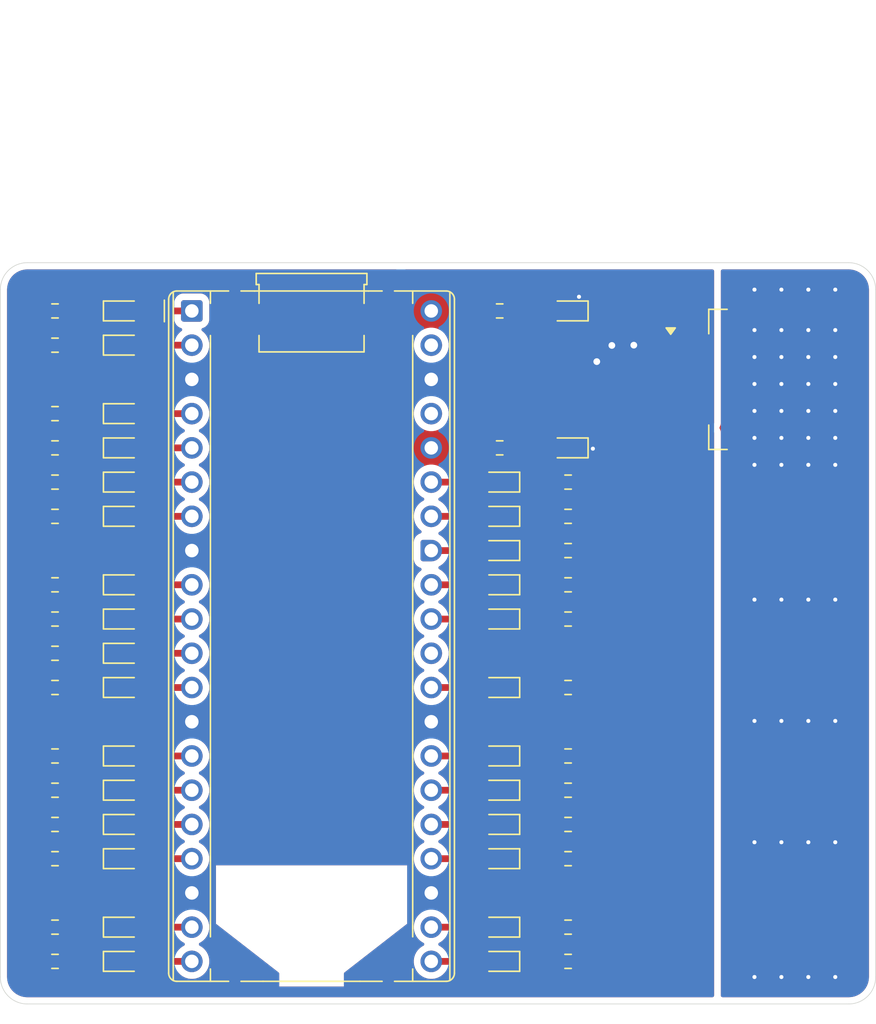
<source format=kicad_pcb>
(kicad_pcb (version 20241229) (generator "pcbnew") (generator_version "9.0")
  (layers (0 "F.Cu" signal) (2 "B.Cu" signal) (13 "F.Paste" user) (15 "B.Paste" user) (5 "F.SilkS" user "F.Silkscreen") (7 "B.SilkS" user "B.Silkscreen") (1 "F.Mask" user) (3 "B.Mask" user) (25 "Edge.Cuts" user))
  (net 0 "")
  (net 1 "Net-(A1-GPIO14)")
  (net 2 "Net-(A1-GPIO3)")
  (net 3 "Net-(A1-GPIO5)")
  (net 4 "GND")
  (net 5 "Net-(A1-GPIO8)")
  (net 6 "Net-(A1-GPIO7)")
  (net 7 "Net-(A1-GPIO17)")
  (net 8 "Net-(A1-GPIO6)")
  (net 9 "Net-(A1-GPIO9)")
  (net 10 "Net-(A1-AGND)")
  (net 11 "Net-(A1-GPIO18)")
  (net 12 "Net-(A1-GPIO2)")
  (net 13 "Net-(A1-GPIO22)")
  (net 14 "Net-(A1-GPIO28_ADC2)")
  (net 15 "Net-(A1-GPIO0)")
  (net 16 "Net-(A1-GPIO26_ADC0)")
  (net 17 "Net-(A1-GPIO19)")
  (net 18 "Net-(A1-GPIO4)")
  (net 19 "Net-(A1-GPIO1)")
  (net 20 "+3V3")
  (net 21 "Net-(A1-ADC_VREF)")
  (net 22 "Net-(A1-GPIO16)")
  (net 23 "Net-(A1-GPIO15)")
  (net 24 "Net-(A1-GPIO10)")
  (net 26 "Net-(A1-GPIO21)")
  (net 27 "+5V")
  (net 30 "Net-(A1-GPIO20)")
  (net 31 "Net-(A1-GPIO11)")
  (net 32 "Net-(A1-GPIO13)")
  (net 33 "Net-(A1-GPIO12)")
  (net 34 "Net-(A1-GPIO27_ADC1)")
  (net 35 "Net-(D1-A)")
  (net 36 "Net-(D2-A)")
  (net 37 "Net-(D3-K)")
  (net 38 "Net-(D4-K)")
  (net 39 "Net-(D5-K)")
  (net 40 "Net-(D6-K)")
  (net 41 "Net-(D7-K)")
  (net 42 "Net-(D8-K)")
  (net 43 "Net-(D9-K)")
  (net 44 "Net-(D10-K)")
  (net 45 "Net-(D11-K)")
  (net 46 "Net-(D12-K)")
  (net 47 "Net-(D13-K)")
  (net 48 "Net-(D14-K)")
  (net 49 "Net-(D15-K)")
  (net 50 "Net-(D16-K)")
  (net 51 "Net-(D17-K)")
  (net 52 "Net-(D18-K)")
  (net 53 "Net-(D19-K)")
  (net 54 "Net-(D20-K)")
  (net 55 "Net-(D21-K)")
  (net 56 "Net-(D22-K)")
  (net 57 "Net-(D23-K)")
  (net 58 "Net-(D24-K)")
  (net 59 "Net-(D25-K)")
  (net 60 "Net-(D27-K)")
  (net 61 "Net-(D29-K)")
  (net 62 "Net-(D30-K)")
  (net 63 "Net-(D31-K)")
  (net 64 "Net-(D33-K)")
  (net 65 "unconnected-(R32-Pad2)")
  (footprint "Resistor_SMD:R_0603_1608Metric" (layer "F.Cu") (at 137.16 91.44 180)
    (property "Reference" "R27" (hide yes))
    (property "Value" "680")
    (pad "1" smd roundrect (at -0.825 0 180) (size 0.8 0.95) (layers "F.Cu" "F.Mask" "F.Paste") (net 20 "+3V3"))
    (pad "2" smd roundrect (at 0.825 0 180) (size 0.8 0.95) (layers "F.Cu" "F.Mask" "F.Paste") (net 61 "Net-(D29-K)"))
  )
  (footprint "Resistor_SMD:R_0603_1608Metric" (layer "F.Cu") (at 137.16 114.3 180)
    (property "Reference" "R18" (hide yes))
    (property "Value" "680")
    (pad "1" smd roundrect (at -0.825 0 180) (size 0.8 0.95) (layers "F.Cu" "F.Mask" "F.Paste") (net 20 "+3V3"))
    (pad "2" smd roundrect (at 0.825 0 180) (size 0.8 0.95) (layers "F.Cu" "F.Mask" "F.Paste") (net 54 "Net-(D20-K)"))
  )
  (footprint "Resistor_SMD:R_0603_1608Metric" (layer "F.Cu") (at 99.06 101.6)
    (property "Reference" "R11" (hide yes))
    (property "Value" "680")
    (pad "1" smd roundrect (at -0.825 0) (size 0.8 0.95) (layers "F.Cu" "F.Mask" "F.Paste") (net 20 "+3V3"))
    (pad "2" smd roundrect (at 0.825 0) (size 0.8 0.95) (layers "F.Cu" "F.Mask" "F.Paste") (net 47 "Net-(D13-K)"))
  )
  (footprint "LED_SMD:LED_0603_1608Metric" (layer "F.Cu") (at 104.14 109.22)
    (property "Reference" "D16" (hide yes))
    (property "Value" "LED")
    (pad "1" smd roundrect (at -0.7875 0) (size 0.875 0.95) (layers "F.Cu" "F.Mask" "F.Paste") (net 50 "Net-(D16-K)"))
    (pad "2" smd roundrect (at 0.7875 0) (size 0.875 0.95) (layers "F.Cu" "F.Mask" "F.Paste") (net 32 "Net-(A1-GPIO13)"))
  )
  (footprint "LED_SMD:LED_0603_1608Metric" (layer "F.Cu") (at 137.16 78.74 180)
    (property "Reference" "D1" (hide yes))
    (property "Value" "LED")
    (pad "1" smd roundrect (at -0.7875 0 180) (size 0.875 0.95) (layers "F.Cu" "F.Mask" "F.Paste") (net 4 "GND"))
    (pad "2" smd roundrect (at 0.7875 0 180) (size 0.875 0.95) (layers "F.Cu" "F.Mask" "F.Paste") (net 35 "Net-(D1-A)"))
  )
  (footprint "LED_SMD:LED_0603_1608Metric" (layer "F.Cu") (at 104.14 71.12)
    (property "Reference" "D4" (hide yes))
    (property "Value" "LED")
    (pad "1" smd roundrect (at -0.7875 0) (size 0.875 0.95) (layers "F.Cu" "F.Mask" "F.Paste") (net 38 "Net-(D4-K)"))
    (pad "2" smd roundrect (at 0.7875 0) (size 0.875 0.95) (layers "F.Cu" "F.Mask" "F.Paste") (net 19 "Net-(A1-GPIO1)"))
  )
  (footprint "Resistor_SMD:R_0603_1608Metric" (layer "F.Cu") (at 99.06 114.3)
    (property "Reference" "R15" (hide yes))
    (property "Value" "680")
    (pad "1" smd roundrect (at -0.825 0) (size 0.8 0.95) (layers "F.Cu" "F.Mask" "F.Paste") (net 20 "+3V3"))
    (pad "2" smd roundrect (at 0.825 0) (size 0.8 0.95) (layers "F.Cu" "F.Mask" "F.Paste") (net 51 "Net-(D17-K)"))
  )
  (footprint "Resistor_SMD:R_0603_1608Metric" (layer "F.Cu") (at 99.06 83.82)
    (property "Reference" "R6" (hide yes))
    (property "Value" "680")
    (pad "1" smd roundrect (at -0.825 0) (size 0.8 0.95) (layers "F.Cu" "F.Mask" "F.Paste") (net 20 "+3V3"))
    (pad "2" smd roundrect (at 0.825 0) (size 0.8 0.95) (layers "F.Cu" "F.Mask" "F.Paste") (net 42 "Net-(D8-K)"))
  )
  (footprint "LED_SMD:LED_0603_1608Metric" (layer "F.Cu") (at 132.08 101.6 180)
    (property "Reference" "D24" (hide yes))
    (property "Value" "LED")
    (pad "1" smd roundrect (at -0.7875 0 180) (size 0.875 0.95) (layers "F.Cu" "F.Mask" "F.Paste") (net 58 "Net-(D24-K)"))
    (pad "2" smd roundrect (at 0.7875 0 180) (size 0.875 0.95) (layers "F.Cu" "F.Mask" "F.Paste") (net 26 "Net-(A1-GPIO21)"))
  )
  (footprint "Resistor_SMD:R_0603_1608Metric" (layer "F.Cu") (at 137.16 81.28 180)
    (property "Reference" "R25" (hide yes))
    (property "Value" "680")
    (pad "1" smd roundrect (at -0.825 0 180) (size 0.8 0.95) (layers "F.Cu" "F.Mask" "F.Paste") (net 20 "+3V3"))
    (pad "2" smd roundrect (at 0.825 0 180) (size 0.8 0.95) (layers "F.Cu" "F.Mask" "F.Paste") (net 60 "Net-(D27-K)"))
  )
  (footprint "Resistor_SMD:R_0603_1608Metric" (layer "F.Cu") (at 137.16 109.22 180)
    (property "Reference" "R19" (hide yes))
    (property "Value" "680")
    (pad "1" smd roundrect (at -0.825 0 180) (size 0.8 0.95) (layers "F.Cu" "F.Mask" "F.Paste") (net 20 "+3V3"))
    (pad "2" smd roundrect (at 0.825 0 180) (size 0.8 0.95) (layers "F.Cu" "F.Mask" "F.Paste") (net 55 "Net-(D21-K)"))
  )
  (footprint "Resistor_SMD:R_0603_1608Metric" (layer "F.Cu") (at 99.06 104.14)
    (property "Reference" "R12" (hide yes))
    (property "Value" "680")
    (pad "1" smd roundrect (at -0.825 0) (size 0.8 0.95) (layers "F.Cu" "F.Mask" "F.Paste") (net 20 "+3V3"))
    (pad "2" smd roundrect (at 0.825 0) (size 0.8 0.95) (layers "F.Cu" "F.Mask" "F.Paste") (net 48 "Net-(D14-K)"))
  )
  (footprint "LED_SMD:LED_0603_1608Metric" (layer "F.Cu") (at 132.08 116.84 180)
    (property "Reference" "D19" (hide yes))
    (property "Value" "LED")
    (pad "1" smd roundrect (at -0.7875 0 180) (size 0.875 0.95) (layers "F.Cu" "F.Mask" "F.Paste") (net 53 "Net-(D19-K)"))
    (pad "2" smd roundrect (at 0.7875 0 180) (size 0.875 0.95) (layers "F.Cu" "F.Mask" "F.Paste") (net 22 "Net-(A1-GPIO16)"))
  )
  (footprint "LED_SMD:LED_0603_1608Metric" (layer "F.Cu") (at 104.14 96.52)
    (property "Reference" "D12" (hide yes))
    (property "Value" "LED")
    (pad "1" smd roundrect (at -0.7875 0) (size 0.875 0.95) (layers "F.Cu" "F.Mask" "F.Paste") (net 46 "Net-(D12-K)"))
    (pad "2" smd roundrect (at 0.7875 0) (size 0.875 0.95) (layers "F.Cu" "F.Mask" "F.Paste") (net 9 "Net-(A1-GPIO9)"))
  )
  (footprint "LED_SMD:LED_0603_1608Metric" (layer "F.Cu") (at 132.08 83.82 180)
    (property "Reference" "D31" (hide yes))
    (property "Value" "LED")
    (pad "1" smd roundrect (at -0.7875 0 180) (size 0.875 0.95) (layers "F.Cu" "F.Mask" "F.Paste") (net 63 "Net-(D31-K)"))
    (pad "2" smd roundrect (at 0.7875 0 180) (size 0.875 0.95) (layers "F.Cu" "F.Mask" "F.Paste") (net 14 "Net-(A1-GPIO28_ADC2)"))
  )
  (footprint "Resistor_SMD:R_0603_1608Metric" (layer "F.Cu") (at 99.06 106.68)
    (property "Reference" "R13" (hide yes))
    (property "Value" "680")
    (pad "1" smd roundrect (at -0.825 0) (size 0.8 0.95) (layers "F.Cu" "F.Mask" "F.Paste") (net 20 "+3V3"))
    (pad "2" smd roundrect (at 0.825 0) (size 0.8 0.95) (layers "F.Cu" "F.Mask" "F.Paste") (net 49 "Net-(D15-K)"))
  )
  (footprint "LED_SMD:LED_0603_1608Metric" (layer "F.Cu") (at 132.08 114.3 180)
    (property "Reference" "D20" (hide yes))
    (property "Value" "LED")
    (pad "1" smd roundrect (at -0.7875 0 180) (size 0.875 0.95) (layers "F.Cu" "F.Mask" "F.Paste") (net 54 "Net-(D20-K)"))
    (pad "2" smd roundrect (at 0.7875 0 180) (size 0.875 0.95) (layers "F.Cu" "F.Mask" "F.Paste") (net 7 "Net-(A1-GPIO17)"))
  )
  (footprint "Resistor_SMD:R_0603_1608Metric" (layer "F.Cu") (at 132.08 68.58 180)
    (property "Reference" "R24" (hide yes))
    (property "Value" "680")
    (pad "1" smd roundrect (at -0.825 0 180) (size 0.8 0.95) (layers "F.Cu" "F.Mask" "F.Paste") (net 36 "Net-(D2-A)"))
    (pad "2" smd roundrect (at 0.825 0 180) (size 0.8 0.95) (layers "F.Cu" "F.Mask" "F.Paste") (net 27 "+5V"))
  )
  (footprint "LED_SMD:LED_0603_1608Metric" (layer "F.Cu") (at 137.16 68.58 180)
    (property "Reference" "D2" (hide yes))
    (property "Value" "LED")
    (pad "1" smd roundrect (at -0.7875 0 180) (size 0.875 0.95) (layers "F.Cu" "F.Mask" "F.Paste") (net 4 "GND"))
    (pad "2" smd roundrect (at 0.7875 0 180) (size 0.875 0.95) (layers "F.Cu" "F.Mask" "F.Paste") (net 36 "Net-(D2-A)"))
  )
  (footprint "Resistor_SMD:R_0603_1608Metric" (layer "F.Cu") (at 99.06 91.44)
    (property "Reference" "R8" (hide yes))
    (property "Value" "680")
    (pad "1" smd roundrect (at -0.825 0) (size 0.8 0.95) (layers "F.Cu" "F.Mask" "F.Paste") (net 20 "+3V3"))
    (pad "2" smd roundrect (at 0.825 0) (size 0.8 0.95) (layers "F.Cu" "F.Mask" "F.Paste") (net 44 "Net-(D10-K)"))
  )
  (footprint "Resistor_SMD:R_0603_1608Metric" (layer "F.Cu") (at 99.06 68.58)
    (property "Reference" "R1" (hide yes))
    (property "Value" "680")
    (pad "1" smd roundrect (at -0.825 0) (size 0.8 0.95) (layers "F.Cu" "F.Mask" "F.Paste") (net 20 "+3V3"))
    (pad "2" smd roundrect (at 0.825 0) (size 0.8 0.95) (layers "F.Cu" "F.Mask" "F.Paste") (net 37 "Net-(D3-K)"))
  )
  (footprint "LED_SMD:LED_0603_1608Metric" (layer "F.Cu") (at 104.14 68.58)
    (property "Reference" "D3" (hide yes))
    (property "Value" "LED")
    (pad "1" smd roundrect (at -0.7875 0) (size 0.875 0.95) (layers "F.Cu" "F.Mask" "F.Paste") (net 37 "Net-(D3-K)"))
    (pad "2" smd roundrect (at 0.7875 0) (size 0.875 0.95) (layers "F.Cu" "F.Mask" "F.Paste") (net 15 "Net-(A1-GPIO0)"))
  )
  (footprint "Resistor_SMD:R_0603_1608Metric" (layer "F.Cu") (at 99.06 76.2)
    (property "Reference" "R3" (hide yes))
    (property "Value" "680")
    (pad "1" smd roundrect (at -0.825 0) (size 0.8 0.95) (layers "F.Cu" "F.Mask" "F.Paste") (net 20 "+3V3"))
    (pad "2" smd roundrect (at 0.825 0) (size 0.8 0.95) (layers "F.Cu" "F.Mask" "F.Paste") (net 39 "Net-(D5-K)"))
  )
  (footprint "LED_SMD:LED_0603_1608Metric" (layer "F.Cu") (at 104.14 106.68)
    (property "Reference" "D15" (hide yes))
    (property "Value" "LED")
    (pad "1" smd roundrect (at -0.7875 0) (size 0.875 0.95) (layers "F.Cu" "F.Mask" "F.Paste") (net 49 "Net-(D15-K)"))
    (pad "2" smd roundrect (at 0.7875 0) (size 0.875 0.95) (layers "F.Cu" "F.Mask" "F.Paste") (net 33 "Net-(A1-GPIO12)"))
  )
  (footprint "Resistor_SMD:R_0603_1608Metric" (layer "F.Cu") (at 99.06 96.52)
    (property "Reference" "R10" (hide yes))
    (property "Value" "680")
    (pad "1" smd roundrect (at -0.825 0) (size 0.8 0.95) (layers "F.Cu" "F.Mask" "F.Paste") (net 20 "+3V3"))
    (pad "2" smd roundrect (at 0.825 0) (size 0.8 0.95) (layers "F.Cu" "F.Mask" "F.Paste") (net 46 "Net-(D12-K)"))
  )
  (footprint "LED_SMD:LED_0603_1608Metric" (layer "F.Cu") (at 104.14 114.3)
    (property "Reference" "D17" (hide yes))
    (property "Value" "LED")
    (pad "1" smd roundrect (at -0.7875 0) (size 0.875 0.95) (layers "F.Cu" "F.Mask" "F.Paste") (net 51 "Net-(D17-K)"))
    (pad "2" smd roundrect (at 0.7875 0) (size 0.875 0.95) (layers "F.Cu" "F.Mask" "F.Paste") (net 1 "Net-(A1-GPIO14)"))
  )
  (footprint "LED_SMD:LED_0603_1608Metric" (layer "F.Cu") (at 132.08 106.68 180)
    (property "Reference" "D22" (hide yes))
    (property "Value" "LED")
    (pad "1" smd roundrect (at -0.7875 0 180) (size 0.875 0.95) (layers "F.Cu" "F.Mask" "F.Paste") (net 56 "Net-(D22-K)"))
    (pad "2" smd roundrect (at 0.7875 0 180) (size 0.875 0.95) (layers "F.Cu" "F.Mask" "F.Paste") (net 17 "Net-(A1-GPIO19)"))
  )
  (footprint "LED_SMD:LED_0603_1608Metric" (layer "F.Cu") (at 132.08 96.52 180)
    (property "Reference" "D25" (hide yes))
    (property "Value" "LED")
    (pad "1" smd roundrect (at -0.7875 0 180) (size 0.875 0.95) (layers "F.Cu" "F.Mask" "F.Paste") (net 59 "Net-(D25-K)"))
    (pad "2" smd roundrect (at 0.7875 0 180) (size 0.875 0.95) (layers "F.Cu" "F.Mask" "F.Paste") (net 13 "Net-(A1-GPIO22)"))
  )
  (footprint "Resistor_SMD:R_0603_1608Metric" (layer "F.Cu") (at 99.06 116.84)
    (property "Reference" "R16" (hide yes))
    (property "Value" "680")
    (pad "1" smd roundrect (at -0.825 0) (size 0.8 0.95) (layers "F.Cu" "F.Mask" "F.Paste") (net 20 "+3V3"))
    (pad "2" smd roundrect (at 0.825 0) (size 0.8 0.95) (layers "F.Cu" "F.Mask" "F.Paste") (net 52 "Net-(D18-K)"))
  )
  (footprint "LED_SMD:LED_0603_1608Metric" (layer "F.Cu") (at 132.08 91.44 180)
    (property "Reference" "D29" (hide yes))
    (property "Value" "LED")
    (pad "1" smd roundrect (at -0.7875 0 180) (size 0.875 0.95) (layers "F.Cu" "F.Mask" "F.Paste") (net 61 "Net-(D29-K)"))
    (pad "2" smd roundrect (at 0.7875 0 180) (size 0.875 0.95) (layers "F.Cu" "F.Mask" "F.Paste") (net 16 "Net-(A1-GPIO26_ADC0)"))
  )
  (footprint "Resistor_SMD:R_0603_1608Metric" (layer "F.Cu") (at 137.16 96.52 180)
    (property "Reference" "R23" (hide yes))
    (property "Value" "680")
    (pad "1" smd roundrect (at -0.825 0 180) (size 0.8 0.95) (layers "F.Cu" "F.Mask" "F.Paste") (net 20 "+3V3"))
    (pad "2" smd roundrect (at 0.825 0 180) (size 0.8 0.95) (layers "F.Cu" "F.Mask" "F.Paste") (net 59 "Net-(D25-K)"))
  )
  (footprint "Resistor_SMD:R_0603_1608Metric" (layer "F.Cu") (at 99.06 81.28)
    (property "Reference" "R5" (hide yes))
    (property "Value" "680")
    (pad "1" smd roundrect (at -0.825 0) (size 0.8 0.95) (layers "F.Cu" "F.Mask" "F.Paste") (net 20 "+3V3"))
    (pad "2" smd roundrect (at 0.825 0) (size 0.8 0.95) (layers "F.Cu" "F.Mask" "F.Paste") (net 41 "Net-(D7-K)"))
  )
  (footprint "LED_SMD:LED_0603_1608Metric" (layer "F.Cu") (at 104.14 76.2)
    (property "Reference" "D5" (hide yes))
    (property "Value" "LED")
    (pad "1" smd roundrect (at -0.7875 0) (size 0.875 0.95) (layers "F.Cu" "F.Mask" "F.Paste") (net 39 "Net-(D5-K)"))
    (pad "2" smd roundrect (at 0.7875 0) (size 0.875 0.95) (layers "F.Cu" "F.Mask" "F.Paste") (net 12 "Net-(A1-GPIO2)"))
  )
  (footprint "LED_SMD:LED_0603_1608Metric" (layer "F.Cu") (at 104.14 78.74)
    (property "Reference" "D6" (hide yes))
    (property "Value" "LED")
    (pad "1" smd roundrect (at -0.7875 0) (size 0.875 0.95) (layers "F.Cu" "F.Mask" "F.Paste") (net 40 "Net-(D6-K)"))
    (pad "2" smd roundrect (at 0.7875 0) (size 0.875 0.95) (layers "F.Cu" "F.Mask" "F.Paste") (net 2 "Net-(A1-GPIO3)"))
  )
  (footprint "LED_SMD:LED_0603_1608Metric" (layer "F.Cu") (at 132.08 109.22 180)
    (property "Reference" "D21" (hide yes))
    (property "Value" "LED")
    (pad "1" smd roundrect (at -0.7875 0 180) (size 0.875 0.95) (layers "F.Cu" "F.Mask" "F.Paste") (net 55 "Net-(D21-K)"))
    (pad "2" smd roundrect (at 0.7875 0 180) (size 0.875 0.95) (layers "F.Cu" "F.Mask" "F.Paste") (net 11 "Net-(A1-GPIO18)"))
  )
  (footprint "Resistor_SMD:R_0603_1608Metric" (layer "F.Cu") (at 137.16 88.9 180)
    (property "Reference" "R28" (hide yes))
    (property "Value" "680")
    (pad "1" smd roundrect (at -0.825 0 180) (size 0.8 0.95) (layers "F.Cu" "F.Mask" "F.Paste") (net 20 "+3V3"))
    (pad "2" smd roundrect (at 0.825 0 180) (size 0.8 0.95) (layers "F.Cu" "F.Mask" "F.Paste") (net 62 "Net-(D30-K)"))
  )
  (footprint "LED_SMD:LED_0603_1608Metric" (layer "F.Cu") (at 132.08 104.14 180)
    (property "Reference" "D23" (hide yes))
    (property "Value" "LED")
    (pad "1" smd roundrect (at -0.7875 0 180) (size 0.875 0.95) (layers "F.Cu" "F.Mask" "F.Paste") (net 57 "Net-(D23-K)"))
    (pad "2" smd roundrect (at 0.7875 0 180) (size 0.875 0.95) (layers "F.Cu" "F.Mask" "F.Paste") (net 30 "Net-(A1-GPIO20)"))
  )
  (footprint "Resistor_SMD:R_0603_1608Metric" (layer "F.Cu") (at 132.08 78.74 180)
    (property "Reference" "R26" (hide yes))
    (property "Value" "680")
    (pad "1" smd roundrect (at -0.825 0 180) (size 0.8 0.95) (layers "F.Cu" "F.Mask" "F.Paste") (net 35 "Net-(D1-A)"))
    (pad "2" smd roundrect (at 0.825 0 180) (size 0.8 0.95) (layers "F.Cu" "F.Mask" "F.Paste") (net 20 "+3V3"))
  )
  (footprint "Resistor_SMD:R_0603_1608Metric" (layer "F.Cu") (at 137.16 116.84 180)
    (property "Reference" "R17" (hide yes))
    (property "Value" "680")
    (pad "1" smd roundrect (at -0.825 0 180) (size 0.8 0.95) (layers "F.Cu" "F.Mask" "F.Paste") (net 20 "+3V3"))
    (pad "2" smd roundrect (at 0.825 0 180) (size 0.8 0.95) (layers "F.Cu" "F.Mask" "F.Paste") (net 53 "Net-(D19-K)"))
  )
  (footprint "LED_SMD:LED_0603_1608Metric" (layer "F.Cu") (at 104.14 81.28)
    (property "Reference" "D7" (hide yes))
    (property "Value" "LED")
    (pad "1" smd roundrect (at -0.7875 0) (size 0.875 0.95) (layers "F.Cu" "F.Mask" "F.Paste") (net 41 "Net-(D7-K)"))
    (pad "2" smd roundrect (at 0.7875 0) (size 0.875 0.95) (layers "F.Cu" "F.Mask" "F.Paste") (net 18 "Net-(A1-GPIO4)"))
  )
  (footprint "Resistor_SMD:R_0603_1608Metric" (layer "F.Cu") (at 99.06 88.9)
    (property "Reference" "R7" (hide yes))
    (property "Value" "680")
    (pad "1" smd roundrect (at -0.825 0) (size 0.8 0.95) (layers "F.Cu" "F.Mask" "F.Paste") (net 20 "+3V3"))
    (pad "2" smd roundrect (at 0.825 0) (size 0.8 0.95) (layers "F.Cu" "F.Mask" "F.Paste") (net 43 "Net-(D9-K)"))
  )
  (footprint "LED_SMD:LED_0603_1608Metric" (layer "F.Cu") (at 104.14 91.44)
    (property "Reference" "D10" (hide yes))
    (property "Value" "LED")
    (pad "1" smd roundrect (at -0.7875 0) (size 0.875 0.95) (layers "F.Cu" "F.Mask" "F.Paste") (net 44 "Net-(D10-K)"))
    (pad "2" smd roundrect (at 0.7875 0) (size 0.875 0.95) (layers "F.Cu" "F.Mask" "F.Paste") (net 6 "Net-(A1-GPIO7)"))
  )
  (footprint "LED_SMD:LED_0603_1608Metric" (layer "F.Cu") (at 132.08 86.36 180)
    (property "Reference" "D33" (hide yes))
    (property "Value" "LED")
    (pad "1" smd roundrect (at -0.7875 0 180) (size 0.875 0.95) (layers "F.Cu" "F.Mask" "F.Paste") (net 64 "Net-(D33-K)"))
    (pad "2" smd roundrect (at 0.7875 0 180) (size 0.875 0.95) (layers "F.Cu" "F.Mask" "F.Paste") (net 10 "Net-(A1-AGND)"))
  )
  (footprint "LED_SMD:LED_0603_1608Metric" (layer "F.Cu") (at 132.08 81.28 180)
    (property "Reference" "D27" (hide yes))
    (property "Value" "LED")
    (pad "1" smd roundrect (at -0.7875 0 180) (size 0.875 0.95) (layers "F.Cu" "F.Mask" "F.Paste") (net 60 "Net-(D27-K)"))
    (pad "2" smd roundrect (at 0.7875 0 180) (size 0.875 0.95) (layers "F.Cu" "F.Mask" "F.Paste") (net 21 "Net-(A1-ADC_VREF)"))
  )
  (footprint "Resistor_SMD:R_0603_1608Metric" (layer "F.Cu") (at 99.06 71.12)
    (property "Reference" "R2" (hide yes))
    (property "Value" "680")
    (pad "1" smd roundrect (at -0.825 0) (size 0.8 0.95) (layers "F.Cu" "F.Mask" "F.Paste") (net 20 "+3V3"))
    (pad "2" smd roundrect (at 0.825 0) (size 0.8 0.95) (layers "F.Cu" "F.Mask" "F.Paste") (net 38 "Net-(D4-K)"))
  )
  (footprint "Resistor_SMD:R_0603_1608Metric" (layer "F.Cu") (at 137.16 101.6 180)
    (property "Reference" "R22" (hide yes))
    (property "Value" "680")
    (pad "1" smd roundrect (at -0.825 0 180) (size 0.8 0.95) (layers "F.Cu" "F.Mask" "F.Paste") (net 20 "+3V3"))
    (pad "2" smd roundrect (at 0.825 0 180) (size 0.8 0.95) (layers "F.Cu" "F.Mask" "F.Paste") (net 58 "Net-(D24-K)"))
  )
  (footprint "LED_SMD:LED_0603_1608Metric" (layer "F.Cu") (at 104.14 101.6)
    (property "Reference" "D13" (hide yes))
    (property "Value" "LED")
    (pad "1" smd roundrect (at -0.7875 0) (size 0.875 0.95) (layers "F.Cu" "F.Mask" "F.Paste") (net 47 "Net-(D13-K)"))
    (pad "2" smd roundrect (at 0.7875 0) (size 0.875 0.95) (layers "F.Cu" "F.Mask" "F.Paste") (net 24 "Net-(A1-GPIO10)"))
  )
  (footprint "Resistor_SMD:R_0603_1608Metric" (layer "F.Cu") (at 137.16 106.68 180)
    (property "Reference" "R20" (hide yes))
    (property "Value" "680")
    (pad "1" smd roundrect (at -0.825 0 180) (size 0.8 0.95) (layers "F.Cu" "F.Mask" "F.Paste") (net 20 "+3V3"))
    (pad "2" smd roundrect (at 0.825 0 180) (size 0.8 0.95) (layers "F.Cu" "F.Mask" "F.Paste") (net 56 "Net-(D22-K)"))
  )
  (footprint "LED_SMD:LED_0603_1608Metric" (layer "F.Cu") (at 104.14 83.82)
    (property "Reference" "D8" (hide yes))
    (property "Value" "LED")
    (pad "1" smd roundrect (at -0.7875 0) (size 0.875 0.95) (layers "F.Cu" "F.Mask" "F.Paste") (net 42 "Net-(D8-K)"))
    (pad "2" smd roundrect (at 0.7875 0) (size 0.875 0.95) (layers "F.Cu" "F.Mask" "F.Paste") (net 3 "Net-(A1-GPIO5)"))
  )
  (footprint "Resistor_SMD:R_0603_1608Metric" (layer "F.Cu") (at 137.16 83.82 180)
    (property "Reference" "R29" (hide yes))
    (property "Value" "680")
    (pad "1" smd roundrect (at -0.825 0 180) (size 0.8 0.95) (layers "F.Cu" "F.Mask" "F.Paste") (net 20 "+3V3"))
    (pad "2" smd roundrect (at 0.825 0 180) (size 0.8 0.95) (layers "F.Cu" "F.Mask" "F.Paste") (net 63 "Net-(D31-K)"))
  )
  (footprint "Resistor_SMD:R_0603_1608Metric" (layer "F.Cu") (at 137.16 86.36 180)
    (property "Reference" "R31" (hide yes))
    (property "Value" "680")
    (pad "1" smd roundrect (at -0.825 0 180) (size 0.8 0.95) (layers "F.Cu" "F.Mask" "F.Paste") (net 20 "+3V3"))
    (pad "2" smd roundrect (at 0.825 0 180) (size 0.8 0.95) (layers "F.Cu" "F.Mask" "F.Paste") (net 64 "Net-(D33-K)"))
  )
  (footprint "LED_SMD:LED_0603_1608Metric" (layer "F.Cu") (at 104.14 104.14)
    (property "Reference" "D14" (hide yes))
    (property "Value" "LED")
    (pad "1" smd roundrect (at -0.7875 0) (size 0.875 0.95) (layers "F.Cu" "F.Mask" "F.Paste") (net 48 "Net-(D14-K)"))
    (pad "2" smd roundrect (at 0.7875 0) (size 0.875 0.95) (layers "F.Cu" "F.Mask" "F.Paste") (net 31 "Net-(A1-GPIO11)"))
  )
  (footprint "Package_TO_SOT_SMD:TO-263-2" (layer "F.Cu") (at 152.43 73.66)
    (property "Reference" "R32" (hide yes))
    (property "Value" "1R 50W")
    (pad "1" smd roundrect (at -7.65 -2.54) (size 4.6 1.1) (layers "F.Cu" "F.Mask" "F.Paste") (roundrect_rratio 0.227273) (net 4 "GND"))
    (pad "2" smd roundrect (at 1.5 0) (size 9.4 10.8) (layers "F.Cu" "F.Mask") (roundrect_rratio 0.026596) (net 65 "unconnected-(R32-Pad2)"))
    (pad "3" smd roundrect (at -7.65 2.54) (size 4.6 1.1) (layers "F.Cu" "F.Mask" "F.Paste") (roundrect_rratio 0.227273) (net 27 "+5V"))
  )
  (footprint "Resistor_SMD:R_0603_1608Metric" (layer "F.Cu") (at 99.06 93.98)
    (property "Reference" "R9" (hide yes))
    (property "Value" "680")
    (pad "1" smd roundrect (at -0.825 0) (size 0.8 0.95) (layers "F.Cu" "F.Mask" "F.Paste") (net 20 "+3V3"))
    (pad "2" smd roundrect (at 0.825 0) (size 0.8 0.95) (layers "F.Cu" "F.Mask" "F.Paste") (net 45 "Net-(D11-K)"))
  )
  (footprint "LED_SMD:LED_0603_1608Metric" (layer "F.Cu") (at 132.08 88.9 180)
    (property "Reference" "D30" (hide yes))
    (property "Value" "LED")
    (pad "1" smd roundrect (at -0.7875 0 180) (size 0.875 0.95) (layers "F.Cu" "F.Mask" "F.Paste") (net 62 "Net-(D30-K)"))
    (pad "2" smd roundrect (at 0.7875 0 180) (size 0.875 0.95) (layers "F.Cu" "F.Mask" "F.Paste") (net 34 "Net-(A1-GPIO27_ADC1)"))
  )
  (footprint "LED_SMD:LED_0603_1608Metric" (layer "F.Cu") (at 104.14 88.9)
    (property "Reference" "D9" (hide yes))
    (property "Value" "LED")
    (pad "1" smd roundrect (at -0.7875 0) (size 0.875 0.95) (layers "F.Cu" "F.Mask" "F.Paste") (net 43 "Net-(D9-K)"))
    (pad "2" smd roundrect (at 0.7875 0) (size 0.875 0.95) (layers "F.Cu" "F.Mask" "F.Paste") (net 8 "Net-(A1-GPIO6)"))
  )
  (footprint "Resistor_SMD:R_0603_1608Metric" (layer "F.Cu") (at 137.16 104.14 180)
    (property "Reference" "R21" (hide yes))
    (property "Value" "680")
    (pad "1" smd roundrect (at -0.825 0 180) (size 0.8 0.95) (layers "F.Cu" "F.Mask" "F.Paste") (net 20 "+3V3"))
    (pad "2" smd roundrect (at 0.825 0 180) (size 0.8 0.95) (layers "F.Cu" "F.Mask" "F.Paste") (net 57 "Net-(D23-K)"))
  )
  (footprint "LED_SMD:LED_0603_1608Metric" (layer "F.Cu") (at 104.14 116.84)
    (property "Reference" "D18" (hide yes))
    (property "Value" "LED")
    (pad "1" smd roundrect (at -0.7875 0) (size 0.875 0.95) (layers "F.Cu" "F.Mask" "F.Paste") (net 52 "Net-(D18-K)"))
    (pad "2" smd roundrect (at 0.7875 0) (size 0.875 0.95) (layers "F.Cu" "F.Mask" "F.Paste") (net 23 "Net-(A1-GPIO15)"))
  )
  (footprint "Resistor_SMD:R_0603_1608Metric" (layer "F.Cu") (at 99.06 109.22)
    (property "Reference" "R14" (hide yes))
    (property "Value" "680")
    (pad "1" smd roundrect (at -0.825 0) (size 0.8 0.95) (layers "F.Cu" "F.Mask" "F.Paste") (net 20 "+3V3"))
    (pad "2" smd roundrect (at 0.825 0) (size 0.8 0.95) (layers "F.Cu" "F.Mask" "F.Paste") (net 50 "Net-(D16-K)"))
  )
  (footprint "LED_SMD:LED_0603_1608Metric" (layer "F.Cu") (at 104.14 93.98)
    (property "Reference" "D11" (hide yes))
    (property "Value" "LED")
    (pad "1" smd roundrect (at -0.7875 0) (size 0.875 0.95) (layers "F.Cu" "F.Mask" "F.Paste") (net 45 "Net-(D11-K)"))
    (pad "2" smd roundrect (at 0.7875 0) (size 0.875 0.95) (layers "F.Cu" "F.Mask" "F.Paste") (net 5 "Net-(A1-GPIO8)"))
  )
  (footprint "Resistor_SMD:R_0603_1608Metric" (layer "F.Cu") (at 99.06 78.74)
    (property "Reference" "R4" (hide yes))
    (property "Value" "680")
    (pad "1" smd roundrect (at -0.825 0) (size 0.8 0.95) (layers "F.Cu" "F.Mask" "F.Paste") (net 20 "+3V3"))
    (pad "2" smd roundrect (at 0.825 0) (size 0.8 0.95) (layers "F.Cu" "F.Mask" "F.Paste") (net 40 "Net-(D6-K)"))
  )
  (footprint "Module:RaspberryPi_Pico_Common_THT" (layer "F.Cu") (at 109.22 68.58)
    (property "Reference" "A1" (hide yes))
    (property "Value" "RaspberryPi_Pico")
    (pad "1" thru_hole roundrect (at 0 0) (size 1.6 1.6) (drill 1) (layers "*.Cu" "*.Mask") (roundrect_rratio 0.125) (net 15 "Net-(A1-GPIO0)"))
    (pad "2" thru_hole circle (at 0 2.54) (size 1.6 1.6) (drill 1) (layers "*.Cu" "*.Mask") (net 19 "Net-(A1-GPIO1)"))
    (pad "3" thru_hole custom (at 0 5.08) (size 1.6 1.6) (drill 1) (layers "*.Cu" "*.Mask") (net 4 "GND") (options (clearance outline) (anchor circle)) (primitives (gr_poly (pts (xy 0.8 0.6) (xy 0.8 -0.6) (xy 0.6 -0.8) (xy 0 -0.8) (xy 0 0.8) (xy 0.6 0.8)) (width 0) (fill yes)) (gr_circle (center 0.6 0.6) (end 0.8 0.6) (width 0) (fill yes)) (gr_circle (center 0.6 -0.6) (end 0.8 -0.6) (width 0) (fill yes))))
    (pad "4" thru_hole circle (at 0 7.62) (size 1.6 1.6) (drill 1) (layers "*.Cu" "*.Mask") (net 12 "Net-(A1-GPIO2)"))
    (pad "5" thru_hole circle (at 0 10.16) (size 1.6 1.6) (drill 1) (layers "*.Cu" "*.Mask") (net 2 "Net-(A1-GPIO3)"))
    (pad "6" thru_hole circle (at 0 12.7) (size 1.6 1.6) (drill 1) (layers "*.Cu" "*.Mask") (net 18 "Net-(A1-GPIO4)"))
    (pad "7" thru_hole circle (at 0 15.24) (size 1.6 1.6) (drill 1) (layers "*.Cu" "*.Mask") (net 3 "Net-(A1-GPIO5)"))
    (pad "8" thru_hole custom (at 0 17.78) (size 1.6 1.6) (drill 1) (layers "*.Cu" "*.Mask") (net 4 "GND") (options (clearance outline) (anchor circle)) (primitives (gr_poly (pts (xy 0.8 0.6) (xy 0.8 -0.6) (xy 0.6 -0.8) (xy 0 -0.8) (xy 0 0.8) (xy 0.6 0.8)) (width 0) (fill yes)) (gr_circle (center 0.6 0.6) (end 0.8 0.6) (width 0) (fill yes)) (gr_circle (center 0.6 -0.6) (end 0.8 -0.6) (width 0) (fill yes))))
    (pad "9" thru_hole circle (at 0 20.32) (size 1.6 1.6) (drill 1) (layers "*.Cu" "*.Mask") (net 8 "Net-(A1-GPIO6)"))
    (pad "10" thru_hole circle (at 0 22.86) (size 1.6 1.6) (drill 1) (layers "*.Cu" "*.Mask") (net 6 "Net-(A1-GPIO7)"))
    (pad "11" thru_hole circle (at 0 25.4) (size 1.6 1.6) (drill 1) (layers "*.Cu" "*.Mask") (net 5 "Net-(A1-GPIO8)"))
    (pad "12" thru_hole circle (at 0 27.94) (size 1.6 1.6) (drill 1) (layers "*.Cu" "*.Mask") (net 9 "Net-(A1-GPIO9)"))
    (pad "13" thru_hole custom (at 0 30.48) (size 1.6 1.6) (drill 1) (layers "*.Cu" "*.Mask") (net 4 "GND") (options (clearance outline) (anchor circle)) (primitives (gr_poly (pts (xy 0.8 0.6) (xy 0.8 -0.6) (xy 0.6 -0.8) (xy 0 -0.8) (xy 0 0.8) (xy 0.6 0.8)) (width 0) (fill yes)) (gr_circle (center 0.6 0.6) (end 0.8 0.6) (width 0) (fill yes)) (gr_circle (center 0.6 -0.6) (end 0.8 -0.6) (width 0) (fill yes))))
    (pad "14" thru_hole circle (at 0 33.02) (size 1.6 1.6) (drill 1) (layers "*.Cu" "*.Mask") (net 24 "Net-(A1-GPIO10)"))
    (pad "15" thru_hole circle (at 0 35.56) (size 1.6 1.6) (drill 1) (layers "*.Cu" "*.Mask") (net 31 "Net-(A1-GPIO11)"))
    (pad "16" thru_hole circle (at 0 38.1) (size 1.6 1.6) (drill 1) (layers "*.Cu" "*.Mask") (net 33 "Net-(A1-GPIO12)"))
    (pad "17" thru_hole circle (at 0 40.64) (size 1.6 1.6) (drill 1) (layers "*.Cu" "*.Mask") (net 32 "Net-(A1-GPIO13)"))
    (pad "18" thru_hole custom (at 0 43.18) (size 1.6 1.6) (drill 1) (layers "*.Cu" "*.Mask") (net 4 "GND") (options (clearance outline) (anchor circle)) (primitives (gr_poly (pts (xy 0.8 0.6) (xy 0.8 -0.6) (xy 0.6 -0.8) (xy 0 -0.8) (xy 0 0.8) (xy 0.6 0.8)) (width 0) (fill yes)) (gr_circle (center 0.6 0.6) (end 0.8 0.6) (width 0) (fill yes)) (gr_circle (center 0.6 -0.6) (end 0.8 -0.6) (width 0) (fill yes))))
    (pad "19" thru_hole circle (at 0 45.72) (size 1.6 1.6) (drill 1) (layers "*.Cu" "*.Mask") (net 1 "Net-(A1-GPIO14)"))
    (pad "20" thru_hole circle (at 0 48.26) (size 1.6 1.6) (drill 1) (layers "*.Cu" "*.Mask") (net 23 "Net-(A1-GPIO15)"))
    (pad "21" thru_hole circle (at 17.78 48.26) (size 1.6 1.6) (drill 1) (layers "*.Cu" "*.Mask") (net 22 "Net-(A1-GPIO16)"))
    (pad "22" thru_hole circle (at 17.78 45.72) (size 1.6 1.6) (drill 1) (layers "*.Cu" "*.Mask") (net 7 "Net-(A1-GPIO17)"))
    (pad "23" thru_hole custom (at 17.78 43.18) (size 1.6 1.6) (drill 1) (layers "*.Cu" "*.Mask") (net 4 "GND") (options (clearance outline) (anchor circle)) (primitives (gr_poly (pts (xy -0.8 0.6) (xy -0.8 -0.6) (xy -0.6 -0.8) (xy 0 -0.8) (xy 0 0.8) (xy -0.6 0.8)) (width 0) (fill yes)) (gr_circle (center -0.6 0.6) (end -0.4 0.6) (width 0) (fill yes)) (gr_circle (center -0.6 -0.6) (end -0.4 -0.6) (width 0) (fill yes))))
    (pad "24" thru_hole circle (at 17.78 40.64) (size 1.6 1.6) (drill 1) (layers "*.Cu" "*.Mask") (net 11 "Net-(A1-GPIO18)"))
    (pad "25" thru_hole circle (at 17.78 38.1) (size 1.6 1.6) (drill 1) (layers "*.Cu" "*.Mask") (net 17 "Net-(A1-GPIO19)"))
    (pad "26" thru_hole circle (at 17.78 35.56) (size 1.6 1.6) (drill 1) (layers "*.Cu" "*.Mask") (net 30 "Net-(A1-GPIO20)"))
    (pad "27" thru_hole circle (at 17.78 33.02) (size 1.6 1.6) (drill 1) (layers "*.Cu" "*.Mask") (net 26 "Net-(A1-GPIO21)"))
    (pad "28" thru_hole custom (at 17.78 30.48) (size 1.6 1.6) (drill 1) (layers "*.Cu" "*.Mask") (net 4 "GND") (options (clearance outline) (anchor circle)) (primitives (gr_poly (pts (xy -0.8 0.6) (xy -0.8 -0.6) (xy -0.6 -0.8) (xy 0 -0.8) (xy 0 0.8) (xy -0.6 0.8)) (width 0) (fill yes)) (gr_circle (center -0.6 0.6) (end -0.4 0.6) (width 0) (fill yes)) (gr_circle (center -0.6 -0.6) (end -0.4 -0.6) (width 0) (fill yes))))
    (pad "29" thru_hole circle (at 17.78 27.94) (size 1.6 1.6) (drill 1) (layers "*.Cu" "*.Mask") (net 13 "Net-(A1-GPIO22)"))
    (pad "30" thru_hole circle (at 17.78 25.4) (size 1.6 1.6) (drill 1) (layers "*.Cu" "*.Mask"))
    (pad "31" thru_hole circle (at 17.78 22.86) (size 1.6 1.6) (drill 1) (layers "*.Cu" "*.Mask") (net 16 "Net-(A1-GPIO26_ADC0)"))
    (pad "32" thru_hole circle (at 17.78 20.32) (size 1.6 1.6) (drill 1) (layers "*.Cu" "*.Mask") (net 34 "Net-(A1-GPIO27_ADC1)"))
    (pad "33" thru_hole custom (at 17.78 17.78) (size 1.6 1.6) (drill 1) (layers "*.Cu" "*.Mask") (net 10 "Net-(A1-AGND)") (options (clearance outline) (anchor circle)) (primitives (gr_poly (pts (xy -0.8 0.6) (xy -0.8 -0.6) (xy -0.6 -0.8) (xy 0 -0.8) (xy 0 0.8) (xy -0.6 0.8)) (width 0) (fill yes)) (gr_circle (center -0.6 0.6) (end -0.4 0.6) (width 0) (fill yes)) (gr_circle (center -0.6 -0.6) (end -0.4 -0.6) (width 0) (fill yes))))
    (pad "34" thru_hole circle (at 17.78 15.24) (size 1.6 1.6) (drill 1) (layers "*.Cu" "*.Mask") (net 14 "Net-(A1-GPIO28_ADC2)"))
    (pad "35" thru_hole circle (at 17.78 12.7) (size 1.6 1.6) (drill 1) (layers "*.Cu" "*.Mask") (net 21 "Net-(A1-ADC_VREF)"))
    (pad "36" thru_hole circle (at 17.78 10.16) (size 1.6 1.6) (drill 1) (layers "*.Cu" "*.Mask") (net 20 "+3V3"))
    (pad "37" thru_hole circle (at 17.78 7.62) (size 1.6 1.6) (drill 1) (layers "*.Cu" "*.Mask"))
    (pad "38" thru_hole custom (at 17.78 5.08) (size 1.6 1.6) (drill 1) (layers "*.Cu" "*.Mask") (net 4 "GND") (options (clearance outline) (anchor circle)) (primitives (gr_poly (pts (xy -0.8 0.6) (xy -0.8 -0.6) (xy -0.6 -0.8) (xy 0 -0.8) (xy 0 0.8) (xy -0.6 0.8)) (width 0) (fill yes)) (gr_circle (center -0.6 0.6) (end -0.4 0.6) (width 0) (fill yes)) (gr_circle (center -0.6 -0.6) (end -0.4 -0.6) (width 0) (fill yes))))
    (pad "39" thru_hole circle (at 17.78 2.54) (size 1.6 1.6) (drill 1) (layers "*.Cu" "*.Mask"))
    (pad "40" thru_hole circle (at 17.78 0) (size 1.6 1.6) (drill 1) (layers "*.Cu" "*.Mask") (net 27 "+5V"))
    (zone (net 0) (net_name "") (layers "F.Cu" "B.Cu" "F.Paste" "B.Paste") (name "Antenna Copper Keep Out") (connect_pads (clearance 0)) (min_thickness 0.254)
      (keepout (tracks not_allowed) (vias not_allowed) (pads not_allowed) (copperpour not_allowed) (footprints allowed))
      (fill (thermal_gap 0.508) (thermal_bridge_width 0.508))
      (polygon (pts (xy 115.71 117.699895) (xy 111.01 114.049895) (xy 111.01 109.71) (xy 125.21 109.71) (xy 125.21 114.049895) (xy 120.51 117.699895) (xy 120.51 118.71) (xy 115.71 118.71)))
    )
  )
  (gr_line (start 160 67) (end 160 118) (stroke (width 0.05)) (layer "Edge.Cuts"))
  (gr_line (start 158 120) (end 97 120) (stroke (width 0.05)) (layer "Edge.Cuts"))
  (gr_arc (start 97 120) (mid 95.585786 119.414214) (end 95 118) (stroke (width 0.05)) (layer "Edge.Cuts"))
  (gr_arc (start 95 67) (mid 95.585786 65.585786) (end 97 65) (stroke (width 0.05)) (layer "Edge.Cuts"))
  (gr_arc (start 160 118) (mid 159.414214 119.414214) (end 158 120) (stroke (width 0.05)) (layer "Edge.Cuts"))
  (gr_line (start 95 118) (end 95 67) (stroke (width 0.05)) (layer "Edge.Cuts"))
  (gr_arc (start 158 65) (mid 159.414214 65.585786) (end 160 67) (stroke (width 0.05)) (layer "Edge.Cuts"))
  (gr_line (start 97 65) (end 158 65) (stroke (width 0.05)) (layer "Edge.Cuts"))
  (segment (start 104.9275 114.3) (end 109.22 114.3) (width 0.5) (layer "F.Cu") (net 1))
  (segment (start 109.22 78.74) (end 104.9275 78.74) (width 0.5) (layer "F.Cu") (net 2))
  (segment (start 109.22 83.82) (end 104.9275 83.82) (width 0.5) (layer "F.Cu") (net 3))
  (segment (start 140.51 71.12) (end 139.29 72.34) (width 2) (layer "F.Cu") (net 4))
  (segment (start 144.78 71.12) (end 142.04 71.12) (width 2) (layer "F.Cu") (net 4))
  (segment (start 137.97 67.53) (end 137.97 68.5575) (width 1) (layer "F.Cu") (net 4))
  (segment (start 137.97 68.5575) (end 137.9475 68.58) (width 1) (layer "F.Cu") (net 4))
  (segment (start 142.04 71.12) (end 140.51 71.12) (width 2) (layer "F.Cu") (net 4))
  (segment (start 138.94 78.74) (end 139 78.8) (width 1) (layer "F.Cu") (net 4))
  (segment (start 137.9475 78.74) (end 138.94 78.74) (width 1) (layer "F.Cu") (net 4))
  (via (at 140.41 71.14) (size 1) (drill 0.5) (layers "F.Cu" "B.Cu") (net 4))
  (via (at 139 78.8) (size 0.6) (drill 0.3) (layers "F.Cu" "B.Cu") (net 4))
  (via (at 142.04 71.12) (size 1) (drill 0.5) (layers "F.Cu" "B.Cu") (net 4))
  (via (at 137.97 67.53) (size 0.6) (drill 0.3) (layers "F.Cu" "B.Cu") (net 4))
  (via (at 139.29 72.34) (size 1) (drill 0.5) (layers "F.Cu" "B.Cu") (net 4))
  (segment (start 104.9275 93.98) (end 109.22 93.98) (width 0.5) (layer "F.Cu") (net 5))
  (segment (start 104.9275 91.44) (end 109.22 91.44) (width 0.5) (layer "F.Cu") (net 6))
  (segment (start 127 114.3) (end 131.2925 114.3) (width 0.5) (layer "F.Cu") (net 7))
  (segment (start 104.9275 88.9) (end 109.22 88.9) (width 0.5) (layer "F.Cu") (net 8))
  (segment (start 104.9275 96.52) (end 109.22 96.52) (width 0.5) (layer "F.Cu") (net 9))
  (segment (start 127 86.36) (end 131.2925 86.36) (width 0.5) (layer "F.Cu") (net 10))
  (segment (start 127 109.22) (end 131.2925 109.22) (width 0.5) (layer "F.Cu") (net 11))
  (segment (start 109.22 76.2) (end 104.9275 76.2) (width 0.5) (layer "F.Cu") (net 12))
  (segment (start 127 96.52) (end 131.2925 96.52) (width 0.5) (layer "F.Cu") (net 13))
  (segment (start 127 83.82) (end 131.2925 83.82) (width 0.5) (layer "F.Cu") (net 14))
  (segment (start 104.9275 68.58) (end 109.22 68.58) (width 0.5) (layer "F.Cu") (net 15))
  (segment (start 127 91.44) (end 131.2925 91.44) (width 0.5) (layer "F.Cu") (net 16))
  (segment (start 127 106.68) (end 131.2925 106.68) (width 0.5) (layer "F.Cu") (net 17))
  (segment (start 109.22 81.28) (end 104.9275 81.28) (width 0.5) (layer "F.Cu") (net 18))
  (segment (start 104.9275 71.12) (end 109.22 71.12) (width 0.5) (layer "F.Cu") (net 19))
  (segment (start 127 81.28) (end 131.2925 81.28) (width 0.5) (layer "F.Cu") (net 21))
  (segment (start 127 116.84) (end 131.2925 116.84) (width 0.5) (layer "F.Cu") (net 22))
  (segment (start 104.9275 116.84) (end 109.22 116.84) (width 0.5) (layer "F.Cu") (net 23))
  (segment (start 109.22 101.6) (end 104.9275 101.6) (width 0.5) (layer "F.Cu") (net 24))
  (segment (start 127 101.6) (end 131.2925 101.6) (width 0.5) (layer "F.Cu") (net 26))
  (segment (start 131.255 68.58) (end 127 68.58) (width 2) (layer "F.Cu") (net 27))
  (segment (start 127 104.14) (end 131.2925 104.14) (width 0.5) (layer "F.Cu") (net 30))
  (segment (start 109.22 104.14) (end 104.9275 104.14) (width 0.5) (layer "F.Cu") (net 31))
  (segment (start 104.9275 109.22) (end 109.22 109.22) (width 0.5) (layer "F.Cu") (net 32))
  (segment (start 109.22 106.68) (end 104.9275 106.68) (width 0.5) (layer "F.Cu") (net 33))
  (segment (start 127 88.9) (end 131.2925 88.9) (width 0.5) (layer "F.Cu") (net 34))
  (segment (start 136.3725 78.74) (end 132.905 78.74) (width 0.5) (layer "F.Cu") (net 35))
  (segment (start 136.3725 68.58) (end 132.905 68.58) (width 0.5) (layer "F.Cu") (net 36))
  (segment (start 103.3525 68.58) (end 99.885 68.58) (width 0.5) (layer "F.Cu") (net 37))
  (segment (start 103.3525 71.12) (end 99.885 71.12) (width 0.5) (layer "F.Cu") (net 38))
  (segment (start 99.885 76.2) (end 103.3525 76.2) (width 0.5) (layer "F.Cu") (net 39))
  (segment (start 103.3525 78.74) (end 99.885 78.74) (width 0.5) (layer "F.Cu") (net 40))
  (segment (start 99.885 81.28) (end 103.3525 81.28) (width 0.5) (layer "F.Cu") (net 41))
  (segment (start 103.3525 83.82) (end 99.885 83.82) (width 0.5) (layer "F.Cu") (net 42))
  (segment (start 103.3525 88.9) (end 99.885 88.9) (width 0.5) (layer "F.Cu") (net 43))
  (segment (start 103.3525 91.44) (end 99.885 91.44) (width 0.5) (layer "F.Cu") (net 44))
  (segment (start 103.3525 93.98) (end 99.885 93.98) (width 0.5) (layer "F.Cu") (net 45))
  (segment (start 103.3525 96.52) (end 99.885 96.52) (width 0.5) (layer "F.Cu") (net 46))
  (segment (start 103.3525 101.6) (end 99.885 101.6) (width 0.5) (layer "F.Cu") (net 47))
  (segment (start 103.3525 104.14) (end 99.885 104.14) (width 0.5) (layer "F.Cu") (net 48))
  (segment (start 99.885 106.68) (end 103.3525 106.68) (width 0.5) (layer "F.Cu") (net 49))
  (segment (start 103.3525 109.22) (end 99.885 109.22) (width 0.5) (layer "F.Cu") (net 50))
  (segment (start 103.3525 114.3) (end 99.885 114.3) (width 0.5) (layer "F.Cu") (net 51))
  (segment (start 99.885 116.84) (end 103.3525 116.84) (width 0.5) (layer "F.Cu") (net 52))
  (segment (start 132.8675 116.84) (end 136.335 116.84) (width 0.5) (layer "F.Cu") (net 53))
  (segment (start 132.8675 114.3) (end 136.335 114.3) (width 0.5) (layer "F.Cu") (net 54))
  (segment (start 132.8675 109.22) (end 136.335 109.22) (width 0.5) (layer "F.Cu") (net 55))
  (segment (start 132.8675 106.68) (end 136.335 106.68) (width 0.5) (layer "F.Cu") (net 56))
  (segment (start 132.8675 104.14) (end 136.335 104.14) (width 0.5) (layer "F.Cu") (net 57))
  (segment (start 132.8675 101.6) (end 136.335 101.6) (width 0.5) (layer "F.Cu") (net 58))
  (segment (start 132.8675 96.52) (end 136.335 96.52) (width 0.5) (layer "F.Cu") (net 59))
  (segment (start 132.8675 81.28) (end 136.335 81.28) (width 0.5) (layer "F.Cu") (net 60))
  (segment (start 132.8675 91.44) (end 136.335 91.44) (width 0.5) (layer "F.Cu") (net 61))
  (segment (start 132.8675 88.9) (end 136.335 88.9) (width 0.5) (layer "F.Cu") (net 62))
  (segment (start 132.8675 83.82) (end 136.335 83.82) (width 0.5) (layer "F.Cu") (net 63))
  (segment (start 132.8675 86.36) (end 136.335 86.36) (width 0.5) (layer "F.Cu") (net 64))
  (via (at 151 78) (size 0.6) (drill 0.3) (layers "F.Cu" "B.Cu") (net 65))
  (via (at 153 72) (size 0.6) (drill 0.3) (layers "F.Cu" "B.Cu") (net 65))
  (via (at 153 99) (size 0.6) (drill 0.3) (layers "F.Cu" "B.Cu") (net 65))
  (via (at 155 108) (size 0.6) (drill 0.3) (layers "F.Cu" "B.Cu") (net 65))
  (via (at 155 118) (size 0.6) (drill 0.3) (layers "F.Cu" "B.Cu") (net 65))
  (via (at 153 76) (size 0.6) (drill 0.3) (layers "F.Cu" "B.Cu") (net 65))
  (via (at 155 76) (size 0.6) (drill 0.3) (layers "F.Cu" "B.Cu") (net 65))
  (via (at 153 74) (size 0.6) (drill 0.3) (layers "F.Cu" "B.Cu") (net 65))
  (via (at 153 108) (size 0.6) (drill 0.3) (layers "F.Cu" "B.Cu") (net 65))
  (via (at 157 108) (size 0.6) (drill 0.3) (layers "F.Cu" "B.Cu") (net 65))
  (via (at 157 67) (size 0.6) (drill 0.3) (layers "F.Cu" "B.Cu") (net 65))
  (via (at 155 74) (size 0.6) (drill 0.3) (layers "F.Cu" "B.Cu") (net 65))
  (via (at 153 80) (size 0.6) (drill 0.3) (layers "F.Cu" "B.Cu") (net 65))
  (via (at 153 118) (size 0.6) (drill 0.3) (layers "F.Cu" "B.Cu") (net 65))
  (via (at 151 80) (size 0.6) (drill 0.3) (layers "F.Cu" "B.Cu") (net 65))
  (via (at 157 118) (size 0.6) (drill 0.3) (layers "F.Cu" "B.Cu") (net 65))
  (via (at 151 99) (size 0.6) (drill 0.3) (layers "F.Cu" "B.Cu") (net 65))
  (via (at 157 76) (size 0.6) (drill 0.3) (layers "F.Cu" "B.Cu") (net 65))
  (via (at 151 70) (size 0.6) (drill 0.3) (layers "F.Cu" "B.Cu") (net 65))
  (via (at 155 72) (size 0.6) (drill 0.3) (layers "F.Cu" "B.Cu") (net 65))
  (via (at 151 118) (size 0.6) (drill 0.3) (layers "F.Cu" "B.Cu") (net 65))
  (via (at 155 70) (size 0.6) (drill 0.3) (layers "F.Cu" "B.Cu") (net 65))
  (via (at 155 67) (size 0.6) (drill 0.3) (layers "F.Cu" "B.Cu") (net 65))
  (via (at 157 99) (size 0.6) (drill 0.3) (layers "F.Cu" "B.Cu") (net 65))
  (via (at 155 90) (size 0.6) (drill 0.3) (layers "F.Cu" "B.Cu") (net 65))
  (via (at 151 108) (size 0.6) (drill 0.3) (layers "F.Cu" "B.Cu") (net 65))
  (via (at 157 72) (size 0.6) (drill 0.3) (layers "F.Cu" "B.Cu") (net 65))
  (via (at 153 67) (size 0.6) (drill 0.3) (layers "F.Cu" "B.Cu") (net 65))
  (via (at 153 90) (size 0.6) (drill 0.3) (layers "F.Cu" "B.Cu") (net 65))
  (via (at 157 78) (size 0.6) (drill 0.3) (layers "F.Cu" "B.Cu") (net 65))
  (via (at 157 90) (size 0.6) (drill 0.3) (layers "F.Cu" "B.Cu") (net 65))
  (via (at 155 80) (size 0.6) (drill 0.3) (layers "F.Cu" "B.Cu") (net 65))
  (via (at 153 78) (size 0.6) (drill 0.3) (layers "F.Cu" "B.Cu") (net 65))
  (via (at 151 90) (size 0.6) (drill 0.3) (layers "F.Cu" "B.Cu") (net 65))
  (via (at 151 74) (size 0.6) (drill 0.3) (layers "F.Cu" "B.Cu") (net 65))
  (via (at 155 99) (size 0.6) (drill 0.3) (layers "F.Cu" "B.Cu") (net 65))
  (via (at 157 70) (size 0.6) (drill 0.3) (layers "F.Cu" "B.Cu") (net 65))
  (via (at 155 78) (size 0.6) (drill 0.3) (layers "F.Cu" "B.Cu") (net 65))
  (via (at 151 67) (size 0.6) (drill 0.3) (layers "F.Cu" "B.Cu") (net 65))
  (via (at 153 70) (size 0.6) (drill 0.3) (layers "F.Cu" "B.Cu") (net 65))
  (via (at 151 72) (size 0.6) (drill 0.3) (layers "F.Cu" "B.Cu") (net 65))
  (via (at 151 76) (size 0.6) (drill 0.3) (layers "F.Cu" "B.Cu") (net 65))
  (via (at 157 80) (size 0.6) (drill 0.3) (layers "F.Cu" "B.Cu") (net 65))
  (via (at 157 74) (size 0.6) (drill 0.3) (layers "F.Cu" "B.Cu") (net 65))
  (zone (net 20) (net_name "+3V3") (layer "F.Cu") (priority 1) (connect_pads yes (clearance 0.5)) (min_thickness 0.25) (fill yes (thermal_gap 0.5) (thermal_bridge_width 0.5))
    (polygon (pts (xy 148 65) (xy 148 120) (xy 95 120) (xy 95 65)))
  )
  (zone (net 27) (net_name "+5V") (layer "F.Cu") (priority 2) (connect_pads yes (clearance 0.5)) (min_thickness 0.25) (fill yes (thermal_gap 0.5) (thermal_bridge_width 0.5))
    (polygon (pts (xy 148 77) (xy 148 65) (xy 125 65) (xy 125 70) (xy 128 70) (xy 128 77)))
  )
  (zone (net 65) (net_name "unconnected-(R32-Pad2)") (layers "F.Cu" "B.Cu") (connect_pads yes (clearance 0.5)) (min_thickness 0.25) (fill yes (thermal_gap 0.5) (thermal_bridge_width 0.5))
    (polygon (pts (xy 148 65) (xy 160 65) (xy 160 120) (xy 148 120)))
  )
  (zone (net 4) (net_name "GND") (layer "B.Cu") (priority 1) (connect_pads yes (clearance 0.5)) (min_thickness 0.25) (fill yes (thermal_gap 0.5) (thermal_bridge_width 0.5))
    (polygon (pts (xy 148 65) (xy 148 120) (xy 95 120) (xy 95 65)))
  )
)
</source>
